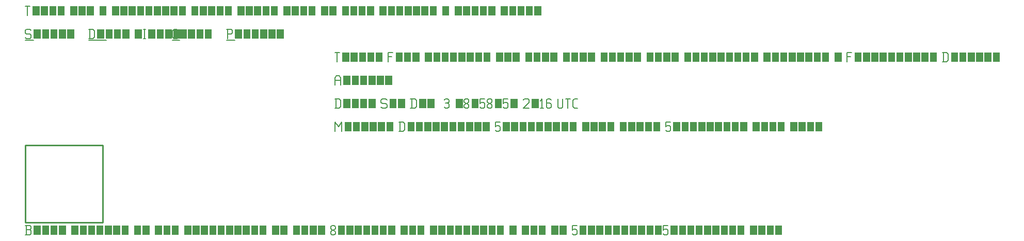
<source format=gbr>
G04 start of page 3 for group -3984 idx -3984 *
G04 Title: Full overlap: the same line twice with different settings, fab *
G04 Creator: <version>
G04 CreationDate: <date>
G04 For:  *
G04 Format: Gerber/RS-274X *
G04 PCB-Dimensions: 50000 50000 *
G04 PCB-Coordinate-Origin: lower left *
%MOIN*%
%FSLAX25Y25*%
%LNFAB*%
%ADD16C,0.0100*%
%ADD15C,0.0001*%
%ADD14C,0.0060*%
G54D14*X3000Y125000D02*X3750Y124250D01*
X750Y125000D02*X3000D01*
X0Y124250D02*X750Y125000D01*
X0Y124250D02*Y122750D01*
X750Y122000D01*
X3000D01*
X3750Y121250D01*
Y119750D01*
X3000Y119000D02*X3750Y119750D01*
X750Y119000D02*X3000D01*
X0Y119750D02*X750Y119000D01*
G54D15*G36*
X5550Y125000D02*Y119000D01*
X10050D01*
Y125000D01*
X5550D01*
G37*
G36*
X10950D02*Y119000D01*
X15450D01*
Y125000D01*
X10950D01*
G37*
G36*
X16350D02*Y119000D01*
X20850D01*
Y125000D01*
X16350D01*
G37*
G36*
X21750D02*Y119000D01*
X26250D01*
Y125000D01*
X21750D01*
G37*
G36*
X27150D02*Y119000D01*
X31650D01*
Y125000D01*
X27150D01*
G37*
G54D14*X0Y118000D02*X5550D01*
X41750Y125000D02*Y119000D01*
X43700Y125000D02*X44750Y123950D01*
Y120050D01*
X43700Y119000D02*X44750Y120050D01*
X41000Y119000D02*X43700D01*
X41000Y125000D02*X43700D01*
G54D15*G36*
X46550D02*Y119000D01*
X51050D01*
Y125000D01*
X46550D01*
G37*
G36*
X51950D02*Y119000D01*
X56450D01*
Y125000D01*
X51950D01*
G37*
G36*
X57350D02*Y119000D01*
X61850D01*
Y125000D01*
X57350D01*
G37*
G36*
X62750D02*Y119000D01*
X67250D01*
Y125000D01*
X62750D01*
G37*
G36*
X70850D02*Y119000D01*
X75350D01*
Y125000D01*
X70850D01*
G37*
G54D14*X76250D02*X77750D01*
X77000D02*Y119000D01*
X76250D02*X77750D01*
G54D15*G36*
X79550Y125000D02*Y119000D01*
X84050D01*
Y125000D01*
X79550D01*
G37*
G36*
X84950D02*Y119000D01*
X89450D01*
Y125000D01*
X84950D01*
G37*
G36*
X90350D02*Y119000D01*
X94850D01*
Y125000D01*
X90350D01*
G37*
G36*
X95750D02*Y119000D01*
X100250D01*
Y125000D01*
X95750D01*
G37*
G54D14*X41000Y118000D02*X52550D01*
X96050Y119000D02*X98000D01*
X95000Y120050D02*X96050Y119000D01*
X95000Y123950D02*Y120050D01*
Y123950D02*X96050Y125000D01*
X98000D01*
G54D15*G36*
X99800D02*Y119000D01*
X104300D01*
Y125000D01*
X99800D01*
G37*
G36*
X105200D02*Y119000D01*
X109700D01*
Y125000D01*
X105200D01*
G37*
G36*
X110600D02*Y119000D01*
X115100D01*
Y125000D01*
X110600D01*
G37*
G36*
X116000D02*Y119000D01*
X120500D01*
Y125000D01*
X116000D01*
G37*
G54D14*X95000Y118000D02*X99800D01*
X130750Y125000D02*Y119000D01*
X130000Y125000D02*X133000D01*
X133750Y124250D01*
Y122750D01*
X133000Y122000D02*X133750Y122750D01*
X130750Y122000D02*X133000D01*
G54D15*G36*
X135550Y125000D02*Y119000D01*
X140050D01*
Y125000D01*
X135550D01*
G37*
G36*
X140950D02*Y119000D01*
X145450D01*
Y125000D01*
X140950D01*
G37*
G36*
X146350D02*Y119000D01*
X150850D01*
Y125000D01*
X146350D01*
G37*
G36*
X151750D02*Y119000D01*
X156250D01*
Y125000D01*
X151750D01*
G37*
G36*
X157150D02*Y119000D01*
X161650D01*
Y125000D01*
X157150D01*
G37*
G36*
X162550D02*Y119000D01*
X167050D01*
Y125000D01*
X162550D01*
G37*
G54D14*X130000Y118000D02*X135550D01*
X0Y140000D02*X3000D01*
X1500D02*Y134000D01*
G54D15*G36*
X4800Y140000D02*Y134000D01*
X9300D01*
Y140000D01*
X4800D01*
G37*
G36*
X10200D02*Y134000D01*
X14700D01*
Y140000D01*
X10200D01*
G37*
G36*
X15600D02*Y134000D01*
X20100D01*
Y140000D01*
X15600D01*
G37*
G36*
X21000D02*Y134000D01*
X25500D01*
Y140000D01*
X21000D01*
G37*
G36*
X29100D02*Y134000D01*
X33600D01*
Y140000D01*
X29100D01*
G37*
G36*
X34500D02*Y134000D01*
X39000D01*
Y140000D01*
X34500D01*
G37*
G36*
X39900D02*Y134000D01*
X44400D01*
Y140000D01*
X39900D01*
G37*
G36*
X48000D02*Y134000D01*
X52500D01*
Y140000D01*
X48000D01*
G37*
G36*
X56100D02*Y134000D01*
X60600D01*
Y140000D01*
X56100D01*
G37*
G36*
X61500D02*Y134000D01*
X66000D01*
Y140000D01*
X61500D01*
G37*
G36*
X66900D02*Y134000D01*
X71400D01*
Y140000D01*
X66900D01*
G37*
G36*
X72300D02*Y134000D01*
X76800D01*
Y140000D01*
X72300D01*
G37*
G36*
X77700D02*Y134000D01*
X82200D01*
Y140000D01*
X77700D01*
G37*
G36*
X83100D02*Y134000D01*
X87600D01*
Y140000D01*
X83100D01*
G37*
G36*
X88500D02*Y134000D01*
X93000D01*
Y140000D01*
X88500D01*
G37*
G36*
X93900D02*Y134000D01*
X98400D01*
Y140000D01*
X93900D01*
G37*
G36*
X99300D02*Y134000D01*
X103800D01*
Y140000D01*
X99300D01*
G37*
G36*
X107400D02*Y134000D01*
X111900D01*
Y140000D01*
X107400D01*
G37*
G36*
X112800D02*Y134000D01*
X117300D01*
Y140000D01*
X112800D01*
G37*
G36*
X118200D02*Y134000D01*
X122700D01*
Y140000D01*
X118200D01*
G37*
G36*
X123600D02*Y134000D01*
X128100D01*
Y140000D01*
X123600D01*
G37*
G36*
X129000D02*Y134000D01*
X133500D01*
Y140000D01*
X129000D01*
G37*
G36*
X137100D02*Y134000D01*
X141600D01*
Y140000D01*
X137100D01*
G37*
G36*
X142500D02*Y134000D01*
X147000D01*
Y140000D01*
X142500D01*
G37*
G36*
X147900D02*Y134000D01*
X152400D01*
Y140000D01*
X147900D01*
G37*
G36*
X153300D02*Y134000D01*
X157800D01*
Y140000D01*
X153300D01*
G37*
G36*
X158700D02*Y134000D01*
X163200D01*
Y140000D01*
X158700D01*
G37*
G36*
X166800D02*Y134000D01*
X171300D01*
Y140000D01*
X166800D01*
G37*
G36*
X172200D02*Y134000D01*
X176700D01*
Y140000D01*
X172200D01*
G37*
G36*
X177600D02*Y134000D01*
X182100D01*
Y140000D01*
X177600D01*
G37*
G36*
X183000D02*Y134000D01*
X187500D01*
Y140000D01*
X183000D01*
G37*
G36*
X191100D02*Y134000D01*
X195600D01*
Y140000D01*
X191100D01*
G37*
G36*
X196500D02*Y134000D01*
X201000D01*
Y140000D01*
X196500D01*
G37*
G36*
X204600D02*Y134000D01*
X209100D01*
Y140000D01*
X204600D01*
G37*
G36*
X210000D02*Y134000D01*
X214500D01*
Y140000D01*
X210000D01*
G37*
G36*
X215400D02*Y134000D01*
X219900D01*
Y140000D01*
X215400D01*
G37*
G36*
X220800D02*Y134000D01*
X225300D01*
Y140000D01*
X220800D01*
G37*
G36*
X228900D02*Y134000D01*
X233400D01*
Y140000D01*
X228900D01*
G37*
G36*
X234300D02*Y134000D01*
X238800D01*
Y140000D01*
X234300D01*
G37*
G36*
X239700D02*Y134000D01*
X244200D01*
Y140000D01*
X239700D01*
G37*
G36*
X245100D02*Y134000D01*
X249600D01*
Y140000D01*
X245100D01*
G37*
G36*
X250500D02*Y134000D01*
X255000D01*
Y140000D01*
X250500D01*
G37*
G36*
X255900D02*Y134000D01*
X260400D01*
Y140000D01*
X255900D01*
G37*
G36*
X261300D02*Y134000D01*
X265800D01*
Y140000D01*
X261300D01*
G37*
G36*
X269400D02*Y134000D01*
X273900D01*
Y140000D01*
X269400D01*
G37*
G36*
X277500D02*Y134000D01*
X282000D01*
Y140000D01*
X277500D01*
G37*
G36*
X282900D02*Y134000D01*
X287400D01*
Y140000D01*
X282900D01*
G37*
G36*
X288300D02*Y134000D01*
X292800D01*
Y140000D01*
X288300D01*
G37*
G36*
X293700D02*Y134000D01*
X298200D01*
Y140000D01*
X293700D01*
G37*
G36*
X299100D02*Y134000D01*
X303600D01*
Y140000D01*
X299100D01*
G37*
G36*
X307200D02*Y134000D01*
X311700D01*
Y140000D01*
X307200D01*
G37*
G36*
X312600D02*Y134000D01*
X317100D01*
Y140000D01*
X312600D01*
G37*
G36*
X318000D02*Y134000D01*
X322500D01*
Y140000D01*
X318000D01*
G37*
G36*
X323400D02*Y134000D01*
X327900D01*
Y140000D01*
X323400D01*
G37*
G36*
X328800D02*Y134000D01*
X333300D01*
Y140000D01*
X328800D01*
G37*
G54D16*X0Y50000D02*X50000D01*
X0D02*Y0D01*
X50000Y50000D02*Y0D01*
X0D02*X50000D01*
G54D14*X200000Y65000D02*Y59000D01*
Y65000D02*X202250Y62000D01*
X204500Y65000D01*
Y59000D01*
G54D15*G36*
X206300Y65000D02*Y59000D01*
X210800D01*
Y65000D01*
X206300D01*
G37*
G36*
X211700D02*Y59000D01*
X216200D01*
Y65000D01*
X211700D01*
G37*
G36*
X217100D02*Y59000D01*
X221600D01*
Y65000D01*
X217100D01*
G37*
G36*
X222500D02*Y59000D01*
X227000D01*
Y65000D01*
X222500D01*
G37*
G36*
X227900D02*Y59000D01*
X232400D01*
Y65000D01*
X227900D01*
G37*
G36*
X233300D02*Y59000D01*
X237800D01*
Y65000D01*
X233300D01*
G37*
G54D14*X242150D02*Y59000D01*
X244100Y65000D02*X245150Y63950D01*
Y60050D01*
X244100Y59000D02*X245150Y60050D01*
X241400Y59000D02*X244100D01*
X241400Y65000D02*X244100D01*
G54D15*G36*
X246950D02*Y59000D01*
X251450D01*
Y65000D01*
X246950D01*
G37*
G36*
X252350D02*Y59000D01*
X256850D01*
Y65000D01*
X252350D01*
G37*
G36*
X257750D02*Y59000D01*
X262250D01*
Y65000D01*
X257750D01*
G37*
G36*
X263150D02*Y59000D01*
X267650D01*
Y65000D01*
X263150D01*
G37*
G36*
X268550D02*Y59000D01*
X273050D01*
Y65000D01*
X268550D01*
G37*
G36*
X273950D02*Y59000D01*
X278450D01*
Y65000D01*
X273950D01*
G37*
G36*
X279350D02*Y59000D01*
X283850D01*
Y65000D01*
X279350D01*
G37*
G36*
X284750D02*Y59000D01*
X289250D01*
Y65000D01*
X284750D01*
G37*
G36*
X290150D02*Y59000D01*
X294650D01*
Y65000D01*
X290150D01*
G37*
G36*
X295550D02*Y59000D01*
X300050D01*
Y65000D01*
X295550D01*
G37*
G54D14*X303650D02*X306650D01*
X303650D02*Y62000D01*
X304400Y62750D01*
X305900D01*
X306650Y62000D01*
Y59750D01*
X305900Y59000D02*X306650Y59750D01*
X304400Y59000D02*X305900D01*
X303650Y59750D02*X304400Y59000D01*
G54D15*G36*
X308450Y65000D02*Y59000D01*
X312950D01*
Y65000D01*
X308450D01*
G37*
G36*
X313850D02*Y59000D01*
X318350D01*
Y65000D01*
X313850D01*
G37*
G36*
X319250D02*Y59000D01*
X323750D01*
Y65000D01*
X319250D01*
G37*
G36*
X324650D02*Y59000D01*
X329150D01*
Y65000D01*
X324650D01*
G37*
G36*
X330050D02*Y59000D01*
X334550D01*
Y65000D01*
X330050D01*
G37*
G36*
X335450D02*Y59000D01*
X339950D01*
Y65000D01*
X335450D01*
G37*
G36*
X340850D02*Y59000D01*
X345350D01*
Y65000D01*
X340850D01*
G37*
G36*
X346250D02*Y59000D01*
X350750D01*
Y65000D01*
X346250D01*
G37*
G36*
X351650D02*Y59000D01*
X356150D01*
Y65000D01*
X351650D01*
G37*
G36*
X359750D02*Y59000D01*
X364250D01*
Y65000D01*
X359750D01*
G37*
G36*
X365150D02*Y59000D01*
X369650D01*
Y65000D01*
X365150D01*
G37*
G36*
X370550D02*Y59000D01*
X375050D01*
Y65000D01*
X370550D01*
G37*
G36*
X375950D02*Y59000D01*
X380450D01*
Y65000D01*
X375950D01*
G37*
G36*
X384050D02*Y59000D01*
X388550D01*
Y65000D01*
X384050D01*
G37*
G36*
X389450D02*Y59000D01*
X393950D01*
Y65000D01*
X389450D01*
G37*
G36*
X394850D02*Y59000D01*
X399350D01*
Y65000D01*
X394850D01*
G37*
G36*
X400250D02*Y59000D01*
X404750D01*
Y65000D01*
X400250D01*
G37*
G36*
X405650D02*Y59000D01*
X410150D01*
Y65000D01*
X405650D01*
G37*
G54D14*X413750D02*X416750D01*
X413750D02*Y62000D01*
X414500Y62750D01*
X416000D01*
X416750Y62000D01*
Y59750D01*
X416000Y59000D02*X416750Y59750D01*
X414500Y59000D02*X416000D01*
X413750Y59750D02*X414500Y59000D01*
G54D15*G36*
X418550Y65000D02*Y59000D01*
X423050D01*
Y65000D01*
X418550D01*
G37*
G36*
X423950D02*Y59000D01*
X428450D01*
Y65000D01*
X423950D01*
G37*
G36*
X429350D02*Y59000D01*
X433850D01*
Y65000D01*
X429350D01*
G37*
G36*
X434750D02*Y59000D01*
X439250D01*
Y65000D01*
X434750D01*
G37*
G36*
X440150D02*Y59000D01*
X444650D01*
Y65000D01*
X440150D01*
G37*
G36*
X445550D02*Y59000D01*
X450050D01*
Y65000D01*
X445550D01*
G37*
G36*
X450950D02*Y59000D01*
X455450D01*
Y65000D01*
X450950D01*
G37*
G36*
X456350D02*Y59000D01*
X460850D01*
Y65000D01*
X456350D01*
G37*
G36*
X461750D02*Y59000D01*
X466250D01*
Y65000D01*
X461750D01*
G37*
G36*
X469850D02*Y59000D01*
X474350D01*
Y65000D01*
X469850D01*
G37*
G36*
X475250D02*Y59000D01*
X479750D01*
Y65000D01*
X475250D01*
G37*
G36*
X480650D02*Y59000D01*
X485150D01*
Y65000D01*
X480650D01*
G37*
G36*
X486050D02*Y59000D01*
X490550D01*
Y65000D01*
X486050D01*
G37*
G36*
X494150D02*Y59000D01*
X498650D01*
Y65000D01*
X494150D01*
G37*
G36*
X499550D02*Y59000D01*
X504050D01*
Y65000D01*
X499550D01*
G37*
G36*
X504950D02*Y59000D01*
X509450D01*
Y65000D01*
X504950D01*
G37*
G36*
X510350D02*Y59000D01*
X514850D01*
Y65000D01*
X510350D01*
G37*
G54D14*X0Y-8000D02*X3000D01*
X3750Y-7250D01*
Y-5450D02*Y-7250D01*
X3000Y-4700D02*X3750Y-5450D01*
X750Y-4700D02*X3000D01*
X750Y-2000D02*Y-8000D01*
X0Y-2000D02*X3000D01*
X3750Y-2750D01*
Y-3950D01*
X3000Y-4700D02*X3750Y-3950D01*
G54D15*G36*
X5550Y-2000D02*Y-8000D01*
X10050D01*
Y-2000D01*
X5550D01*
G37*
G36*
X10950D02*Y-8000D01*
X15450D01*
Y-2000D01*
X10950D01*
G37*
G36*
X16350D02*Y-8000D01*
X20850D01*
Y-2000D01*
X16350D01*
G37*
G36*
X21750D02*Y-8000D01*
X26250D01*
Y-2000D01*
X21750D01*
G37*
G36*
X29850D02*Y-8000D01*
X34350D01*
Y-2000D01*
X29850D01*
G37*
G36*
X35250D02*Y-8000D01*
X39750D01*
Y-2000D01*
X35250D01*
G37*
G36*
X40650D02*Y-8000D01*
X45150D01*
Y-2000D01*
X40650D01*
G37*
G36*
X46050D02*Y-8000D01*
X50550D01*
Y-2000D01*
X46050D01*
G37*
G36*
X51450D02*Y-8000D01*
X55950D01*
Y-2000D01*
X51450D01*
G37*
G36*
X56850D02*Y-8000D01*
X61350D01*
Y-2000D01*
X56850D01*
G37*
G36*
X62250D02*Y-8000D01*
X66750D01*
Y-2000D01*
X62250D01*
G37*
G36*
X70350D02*Y-8000D01*
X74850D01*
Y-2000D01*
X70350D01*
G37*
G36*
X75750D02*Y-8000D01*
X80250D01*
Y-2000D01*
X75750D01*
G37*
G36*
X83850D02*Y-8000D01*
X88350D01*
Y-2000D01*
X83850D01*
G37*
G36*
X89250D02*Y-8000D01*
X93750D01*
Y-2000D01*
X89250D01*
G37*
G36*
X94650D02*Y-8000D01*
X99150D01*
Y-2000D01*
X94650D01*
G37*
G36*
X102750D02*Y-8000D01*
X107250D01*
Y-2000D01*
X102750D01*
G37*
G36*
X108150D02*Y-8000D01*
X112650D01*
Y-2000D01*
X108150D01*
G37*
G36*
X113550D02*Y-8000D01*
X118050D01*
Y-2000D01*
X113550D01*
G37*
G36*
X118950D02*Y-8000D01*
X123450D01*
Y-2000D01*
X118950D01*
G37*
G36*
X124350D02*Y-8000D01*
X128850D01*
Y-2000D01*
X124350D01*
G37*
G36*
X129750D02*Y-8000D01*
X134250D01*
Y-2000D01*
X129750D01*
G37*
G36*
X135150D02*Y-8000D01*
X139650D01*
Y-2000D01*
X135150D01*
G37*
G36*
X140550D02*Y-8000D01*
X145050D01*
Y-2000D01*
X140550D01*
G37*
G36*
X145950D02*Y-8000D01*
X150450D01*
Y-2000D01*
X145950D01*
G37*
G36*
X151350D02*Y-8000D01*
X155850D01*
Y-2000D01*
X151350D01*
G37*
G36*
X159450D02*Y-8000D01*
X163950D01*
Y-2000D01*
X159450D01*
G37*
G36*
X164850D02*Y-8000D01*
X169350D01*
Y-2000D01*
X164850D01*
G37*
G36*
X172950D02*Y-8000D01*
X177450D01*
Y-2000D01*
X172950D01*
G37*
G36*
X178350D02*Y-8000D01*
X182850D01*
Y-2000D01*
X178350D01*
G37*
G36*
X183750D02*Y-8000D01*
X188250D01*
Y-2000D01*
X183750D01*
G37*
G36*
X189150D02*Y-8000D01*
X193650D01*
Y-2000D01*
X189150D01*
G37*
G54D14*X197250Y-7250D02*X198000Y-8000D01*
X197250Y-6050D02*Y-7250D01*
Y-6050D02*X198300Y-5000D01*
X199200D01*
X200250Y-6050D01*
Y-7250D01*
X199500Y-8000D02*X200250Y-7250D01*
X198000Y-8000D02*X199500D01*
X197250Y-3950D02*X198300Y-5000D01*
X197250Y-2750D02*Y-3950D01*
Y-2750D02*X198000Y-2000D01*
X199500D01*
X200250Y-2750D01*
Y-3950D01*
X199200Y-5000D02*X200250Y-3950D01*
G54D15*G36*
X202050Y-2000D02*Y-8000D01*
X206550D01*
Y-2000D01*
X202050D01*
G37*
G36*
X207450D02*Y-8000D01*
X211950D01*
Y-2000D01*
X207450D01*
G37*
G36*
X212850D02*Y-8000D01*
X217350D01*
Y-2000D01*
X212850D01*
G37*
G36*
X218250D02*Y-8000D01*
X222750D01*
Y-2000D01*
X218250D01*
G37*
G36*
X223650D02*Y-8000D01*
X228150D01*
Y-2000D01*
X223650D01*
G37*
G36*
X229050D02*Y-8000D01*
X233550D01*
Y-2000D01*
X229050D01*
G37*
G36*
X234450D02*Y-8000D01*
X238950D01*
Y-2000D01*
X234450D01*
G37*
G36*
X242550D02*Y-8000D01*
X247050D01*
Y-2000D01*
X242550D01*
G37*
G36*
X247950D02*Y-8000D01*
X252450D01*
Y-2000D01*
X247950D01*
G37*
G36*
X253350D02*Y-8000D01*
X257850D01*
Y-2000D01*
X253350D01*
G37*
G36*
X261450D02*Y-8000D01*
X265950D01*
Y-2000D01*
X261450D01*
G37*
G36*
X266850D02*Y-8000D01*
X271350D01*
Y-2000D01*
X266850D01*
G37*
G36*
X272250D02*Y-8000D01*
X276750D01*
Y-2000D01*
X272250D01*
G37*
G36*
X277650D02*Y-8000D01*
X282150D01*
Y-2000D01*
X277650D01*
G37*
G36*
X283050D02*Y-8000D01*
X287550D01*
Y-2000D01*
X283050D01*
G37*
G36*
X288450D02*Y-8000D01*
X292950D01*
Y-2000D01*
X288450D01*
G37*
G36*
X293850D02*Y-8000D01*
X298350D01*
Y-2000D01*
X293850D01*
G37*
G36*
X299250D02*Y-8000D01*
X303750D01*
Y-2000D01*
X299250D01*
G37*
G36*
X304650D02*Y-8000D01*
X309150D01*
Y-2000D01*
X304650D01*
G37*
G36*
X312750D02*Y-8000D01*
X317250D01*
Y-2000D01*
X312750D01*
G37*
G36*
X320850D02*Y-8000D01*
X325350D01*
Y-2000D01*
X320850D01*
G37*
G36*
X326250D02*Y-8000D01*
X330750D01*
Y-2000D01*
X326250D01*
G37*
G36*
X331650D02*Y-8000D01*
X336150D01*
Y-2000D01*
X331650D01*
G37*
G36*
X339750D02*Y-8000D01*
X344250D01*
Y-2000D01*
X339750D01*
G37*
G36*
X345150D02*Y-8000D01*
X349650D01*
Y-2000D01*
X345150D01*
G37*
G54D14*X353250D02*X356250D01*
X353250D02*Y-5000D01*
X354000Y-4250D01*
X355500D01*
X356250Y-5000D01*
Y-7250D01*
X355500Y-8000D02*X356250Y-7250D01*
X354000Y-8000D02*X355500D01*
X353250Y-7250D02*X354000Y-8000D01*
G54D15*G36*
X358050Y-2000D02*Y-8000D01*
X362550D01*
Y-2000D01*
X358050D01*
G37*
G36*
X363450D02*Y-8000D01*
X367950D01*
Y-2000D01*
X363450D01*
G37*
G36*
X368850D02*Y-8000D01*
X373350D01*
Y-2000D01*
X368850D01*
G37*
G36*
X374250D02*Y-8000D01*
X378750D01*
Y-2000D01*
X374250D01*
G37*
G36*
X379650D02*Y-8000D01*
X384150D01*
Y-2000D01*
X379650D01*
G37*
G36*
X385050D02*Y-8000D01*
X389550D01*
Y-2000D01*
X385050D01*
G37*
G36*
X390450D02*Y-8000D01*
X394950D01*
Y-2000D01*
X390450D01*
G37*
G36*
X395850D02*Y-8000D01*
X400350D01*
Y-2000D01*
X395850D01*
G37*
G36*
X401250D02*Y-8000D01*
X405750D01*
Y-2000D01*
X401250D01*
G37*
G36*
X406650D02*Y-8000D01*
X411150D01*
Y-2000D01*
X406650D01*
G37*
G54D14*X412050D02*X415050D01*
X412050D02*Y-5000D01*
X412800Y-4250D01*
X414300D01*
X415050Y-5000D01*
Y-7250D01*
X414300Y-8000D02*X415050Y-7250D01*
X412800Y-8000D02*X414300D01*
X412050Y-7250D02*X412800Y-8000D01*
G54D15*G36*
X416850Y-2000D02*Y-8000D01*
X421350D01*
Y-2000D01*
X416850D01*
G37*
G36*
X422250D02*Y-8000D01*
X426750D01*
Y-2000D01*
X422250D01*
G37*
G36*
X427650D02*Y-8000D01*
X432150D01*
Y-2000D01*
X427650D01*
G37*
G36*
X433050D02*Y-8000D01*
X437550D01*
Y-2000D01*
X433050D01*
G37*
G36*
X438450D02*Y-8000D01*
X442950D01*
Y-2000D01*
X438450D01*
G37*
G36*
X443850D02*Y-8000D01*
X448350D01*
Y-2000D01*
X443850D01*
G37*
G36*
X449250D02*Y-8000D01*
X453750D01*
Y-2000D01*
X449250D01*
G37*
G36*
X454650D02*Y-8000D01*
X459150D01*
Y-2000D01*
X454650D01*
G37*
G36*
X460050D02*Y-8000D01*
X464550D01*
Y-2000D01*
X460050D01*
G37*
G36*
X468150D02*Y-8000D01*
X472650D01*
Y-2000D01*
X468150D01*
G37*
G36*
X473550D02*Y-8000D01*
X478050D01*
Y-2000D01*
X473550D01*
G37*
G36*
X478950D02*Y-8000D01*
X483450D01*
Y-2000D01*
X478950D01*
G37*
G36*
X484350D02*Y-8000D01*
X488850D01*
Y-2000D01*
X484350D01*
G37*
G54D14*X200750Y80000D02*Y74000D01*
X202700Y80000D02*X203750Y78950D01*
Y75050D01*
X202700Y74000D02*X203750Y75050D01*
X200000Y74000D02*X202700D01*
X200000Y80000D02*X202700D01*
G54D15*G36*
X205550D02*Y74000D01*
X210050D01*
Y80000D01*
X205550D01*
G37*
G36*
X210950D02*Y74000D01*
X215450D01*
Y80000D01*
X210950D01*
G37*
G36*
X216350D02*Y74000D01*
X220850D01*
Y80000D01*
X216350D01*
G37*
G36*
X221750D02*Y74000D01*
X226250D01*
Y80000D01*
X221750D01*
G37*
G54D14*X232850D02*X233600Y79250D01*
X230600Y80000D02*X232850D01*
X229850Y79250D02*X230600Y80000D01*
X229850Y79250D02*Y77750D01*
X230600Y77000D01*
X232850D01*
X233600Y76250D01*
Y74750D01*
X232850Y74000D02*X233600Y74750D01*
X230600Y74000D02*X232850D01*
X229850Y74750D02*X230600Y74000D01*
G54D15*G36*
X235400Y80000D02*Y74000D01*
X239900D01*
Y80000D01*
X235400D01*
G37*
G36*
X240800D02*Y74000D01*
X245300D01*
Y80000D01*
X240800D01*
G37*
G54D14*X249650D02*Y74000D01*
X251600Y80000D02*X252650Y78950D01*
Y75050D01*
X251600Y74000D02*X252650Y75050D01*
X248900Y74000D02*X251600D01*
X248900Y80000D02*X251600D01*
G54D15*G36*
X254450D02*Y74000D01*
X258950D01*
Y80000D01*
X254450D01*
G37*
G36*
X259850D02*Y74000D01*
X264350D01*
Y80000D01*
X259850D01*
G37*
G54D14*X270650Y79250D02*X271400Y80000D01*
X272900D01*
X273650Y79250D01*
X272900Y74000D02*X273650Y74750D01*
X271400Y74000D02*X272900D01*
X270650Y74750D02*X271400Y74000D01*
Y77300D02*X272900D01*
X273650Y79250D02*Y78050D01*
Y76550D02*Y74750D01*
Y76550D02*X272900Y77300D01*
X273650Y78050D02*X272900Y77300D01*
G54D15*G36*
X278150Y80000D02*Y74000D01*
X282650D01*
Y80000D01*
X278150D01*
G37*
G54D14*X283550Y74750D02*X284300Y74000D01*
X283550Y75950D02*Y74750D01*
Y75950D02*X284600Y77000D01*
X285500D01*
X286550Y75950D01*
Y74750D01*
X285800Y74000D02*X286550Y74750D01*
X284300Y74000D02*X285800D01*
X283550Y78050D02*X284600Y77000D01*
X283550Y79250D02*Y78050D01*
Y79250D02*X284300Y80000D01*
X285800D01*
X286550Y79250D01*
Y78050D01*
X285500Y77000D02*X286550Y78050D01*
G54D15*G36*
X288350Y80000D02*Y74000D01*
X292850D01*
Y80000D01*
X288350D01*
G37*
G54D14*X293750D02*X296750D01*
X293750D02*Y77000D01*
X294500Y77750D01*
X296000D01*
X296750Y77000D01*
Y74750D01*
X296000Y74000D02*X296750Y74750D01*
X294500Y74000D02*X296000D01*
X293750Y74750D02*X294500Y74000D01*
X298550Y74750D02*X299300Y74000D01*
X298550Y75950D02*Y74750D01*
Y75950D02*X299600Y77000D01*
X300500D01*
X301550Y75950D01*
Y74750D01*
X300800Y74000D02*X301550Y74750D01*
X299300Y74000D02*X300800D01*
X298550Y78050D02*X299600Y77000D01*
X298550Y79250D02*Y78050D01*
Y79250D02*X299300Y80000D01*
X300800D01*
X301550Y79250D01*
Y78050D01*
X300500Y77000D02*X301550Y78050D01*
G54D15*G36*
X303350Y80000D02*Y74000D01*
X307850D01*
Y80000D01*
X303350D01*
G37*
G54D14*X308750D02*X311750D01*
X308750D02*Y77000D01*
X309500Y77750D01*
X311000D01*
X311750Y77000D01*
Y74750D01*
X311000Y74000D02*X311750Y74750D01*
X309500Y74000D02*X311000D01*
X308750Y74750D02*X309500Y74000D01*
G54D15*G36*
X313550Y80000D02*Y74000D01*
X318050D01*
Y80000D01*
X313550D01*
G37*
G54D14*X321650Y79250D02*X322400Y80000D01*
X324650D01*
X325400Y79250D01*
Y77750D01*
X321650Y74000D02*X325400Y77750D01*
X321650Y74000D02*X325400D01*
G54D15*G36*
X327200Y80000D02*Y74000D01*
X331700D01*
Y80000D01*
X327200D01*
G37*
G54D14*X332600Y78800D02*X333800Y80000D01*
Y74000D01*
X332600D02*X334850D01*
X338900Y80000D02*X339650Y79250D01*
X337400Y80000D02*X338900D01*
X336650Y79250D02*X337400Y80000D01*
X336650Y79250D02*Y74750D01*
X337400Y74000D01*
X338900Y77300D02*X339650Y76550D01*
X336650Y77300D02*X338900D01*
X337400Y74000D02*X338900D01*
X339650Y74750D01*
Y76550D02*Y74750D01*
X344150Y80000D02*Y74750D01*
X344900Y74000D01*
X346400D01*
X347150Y74750D01*
Y80000D02*Y74750D01*
X348950Y80000D02*X351950D01*
X350450D02*Y74000D01*
X354800D02*X356750D01*
X353750Y75050D02*X354800Y74000D01*
X353750Y78950D02*Y75050D01*
Y78950D02*X354800Y80000D01*
X356750D01*
X200000Y93500D02*Y89000D01*
Y93500D02*X201050Y95000D01*
X202700D01*
X203750Y93500D01*
Y89000D01*
X200000Y92000D02*X203750D01*
G54D15*G36*
X205550Y95000D02*Y89000D01*
X210050D01*
Y95000D01*
X205550D01*
G37*
G36*
X210950D02*Y89000D01*
X215450D01*
Y95000D01*
X210950D01*
G37*
G36*
X216350D02*Y89000D01*
X220850D01*
Y95000D01*
X216350D01*
G37*
G36*
X221750D02*Y89000D01*
X226250D01*
Y95000D01*
X221750D01*
G37*
G36*
X227150D02*Y89000D01*
X231650D01*
Y95000D01*
X227150D01*
G37*
G36*
X232550D02*Y89000D01*
X237050D01*
Y95000D01*
X232550D01*
G37*
G54D14*X200000Y110000D02*X203000D01*
X201500D02*Y104000D01*
G54D15*G36*
X204800Y110000D02*Y104000D01*
X209300D01*
Y110000D01*
X204800D01*
G37*
G36*
X210200D02*Y104000D01*
X214700D01*
Y110000D01*
X210200D01*
G37*
G36*
X215600D02*Y104000D01*
X220100D01*
Y110000D01*
X215600D01*
G37*
G36*
X221000D02*Y104000D01*
X225500D01*
Y110000D01*
X221000D01*
G37*
G36*
X226400D02*Y104000D01*
X230900D01*
Y110000D01*
X226400D01*
G37*
G54D14*X234500D02*Y104000D01*
Y110000D02*X237500D01*
X234500Y107300D02*X236750D01*
G54D15*G36*
X239300Y110000D02*Y104000D01*
X243800D01*
Y110000D01*
X239300D01*
G37*
G36*
X244700D02*Y104000D01*
X249200D01*
Y110000D01*
X244700D01*
G37*
G36*
X250100D02*Y104000D01*
X254600D01*
Y110000D01*
X250100D01*
G37*
G36*
X258200D02*Y104000D01*
X262700D01*
Y110000D01*
X258200D01*
G37*
G36*
X263600D02*Y104000D01*
X268100D01*
Y110000D01*
X263600D01*
G37*
G36*
X269000D02*Y104000D01*
X273500D01*
Y110000D01*
X269000D01*
G37*
G36*
X274400D02*Y104000D01*
X278900D01*
Y110000D01*
X274400D01*
G37*
G36*
X279800D02*Y104000D01*
X284300D01*
Y110000D01*
X279800D01*
G37*
G36*
X285200D02*Y104000D01*
X289700D01*
Y110000D01*
X285200D01*
G37*
G36*
X290600D02*Y104000D01*
X295100D01*
Y110000D01*
X290600D01*
G37*
G36*
X296000D02*Y104000D01*
X300500D01*
Y110000D01*
X296000D01*
G37*
G36*
X304100D02*Y104000D01*
X308600D01*
Y110000D01*
X304100D01*
G37*
G36*
X309500D02*Y104000D01*
X314000D01*
Y110000D01*
X309500D01*
G37*
G36*
X314900D02*Y104000D01*
X319400D01*
Y110000D01*
X314900D01*
G37*
G36*
X323000D02*Y104000D01*
X327500D01*
Y110000D01*
X323000D01*
G37*
G36*
X328400D02*Y104000D01*
X332900D01*
Y110000D01*
X328400D01*
G37*
G36*
X333800D02*Y104000D01*
X338300D01*
Y110000D01*
X333800D01*
G37*
G36*
X339200D02*Y104000D01*
X343700D01*
Y110000D01*
X339200D01*
G37*
G36*
X347300D02*Y104000D01*
X351800D01*
Y110000D01*
X347300D01*
G37*
G36*
X352700D02*Y104000D01*
X357200D01*
Y110000D01*
X352700D01*
G37*
G36*
X358100D02*Y104000D01*
X362600D01*
Y110000D01*
X358100D01*
G37*
G36*
X363500D02*Y104000D01*
X368000D01*
Y110000D01*
X363500D01*
G37*
G36*
X371600D02*Y104000D01*
X376100D01*
Y110000D01*
X371600D01*
G37*
G36*
X377000D02*Y104000D01*
X381500D01*
Y110000D01*
X377000D01*
G37*
G36*
X382400D02*Y104000D01*
X386900D01*
Y110000D01*
X382400D01*
G37*
G36*
X387800D02*Y104000D01*
X392300D01*
Y110000D01*
X387800D01*
G37*
G36*
X393200D02*Y104000D01*
X397700D01*
Y110000D01*
X393200D01*
G37*
G36*
X401300D02*Y104000D01*
X405800D01*
Y110000D01*
X401300D01*
G37*
G36*
X406700D02*Y104000D01*
X411200D01*
Y110000D01*
X406700D01*
G37*
G36*
X412100D02*Y104000D01*
X416600D01*
Y110000D01*
X412100D01*
G37*
G36*
X417500D02*Y104000D01*
X422000D01*
Y110000D01*
X417500D01*
G37*
G36*
X425600D02*Y104000D01*
X430100D01*
Y110000D01*
X425600D01*
G37*
G36*
X431000D02*Y104000D01*
X435500D01*
Y110000D01*
X431000D01*
G37*
G36*
X436400D02*Y104000D01*
X440900D01*
Y110000D01*
X436400D01*
G37*
G36*
X441800D02*Y104000D01*
X446300D01*
Y110000D01*
X441800D01*
G37*
G36*
X447200D02*Y104000D01*
X451700D01*
Y110000D01*
X447200D01*
G37*
G36*
X452600D02*Y104000D01*
X457100D01*
Y110000D01*
X452600D01*
G37*
G36*
X458000D02*Y104000D01*
X462500D01*
Y110000D01*
X458000D01*
G37*
G36*
X463400D02*Y104000D01*
X467900D01*
Y110000D01*
X463400D01*
G37*
G36*
X468800D02*Y104000D01*
X473300D01*
Y110000D01*
X468800D01*
G37*
G36*
X476900D02*Y104000D01*
X481400D01*
Y110000D01*
X476900D01*
G37*
G36*
X482300D02*Y104000D01*
X486800D01*
Y110000D01*
X482300D01*
G37*
G36*
X487700D02*Y104000D01*
X492200D01*
Y110000D01*
X487700D01*
G37*
G36*
X493100D02*Y104000D01*
X497600D01*
Y110000D01*
X493100D01*
G37*
G36*
X498500D02*Y104000D01*
X503000D01*
Y110000D01*
X498500D01*
G37*
G36*
X503900D02*Y104000D01*
X508400D01*
Y110000D01*
X503900D01*
G37*
G36*
X509300D02*Y104000D01*
X513800D01*
Y110000D01*
X509300D01*
G37*
G36*
X514700D02*Y104000D01*
X519200D01*
Y110000D01*
X514700D01*
G37*
G36*
X522800D02*Y104000D01*
X527300D01*
Y110000D01*
X522800D01*
G37*
G54D14*X530900D02*Y104000D01*
Y110000D02*X533900D01*
X530900Y107300D02*X533150D01*
G54D15*G36*
X535700Y110000D02*Y104000D01*
X540200D01*
Y110000D01*
X535700D01*
G37*
G36*
X541100D02*Y104000D01*
X545600D01*
Y110000D01*
X541100D01*
G37*
G36*
X546500D02*Y104000D01*
X551000D01*
Y110000D01*
X546500D01*
G37*
G36*
X551900D02*Y104000D01*
X556400D01*
Y110000D01*
X551900D01*
G37*
G36*
X557300D02*Y104000D01*
X561800D01*
Y110000D01*
X557300D01*
G37*
G36*
X562700D02*Y104000D01*
X567200D01*
Y110000D01*
X562700D01*
G37*
G36*
X568100D02*Y104000D01*
X572600D01*
Y110000D01*
X568100D01*
G37*
G36*
X573500D02*Y104000D01*
X578000D01*
Y110000D01*
X573500D01*
G37*
G36*
X578900D02*Y104000D01*
X583400D01*
Y110000D01*
X578900D01*
G37*
G36*
X584300D02*Y104000D01*
X588800D01*
Y110000D01*
X584300D01*
G37*
G54D14*X593150D02*Y104000D01*
X595100Y110000D02*X596150Y108950D01*
Y105050D01*
X595100Y104000D02*X596150Y105050D01*
X592400Y104000D02*X595100D01*
X592400Y110000D02*X595100D01*
G54D15*G36*
X597950D02*Y104000D01*
X602450D01*
Y110000D01*
X597950D01*
G37*
G36*
X603350D02*Y104000D01*
X607850D01*
Y110000D01*
X603350D01*
G37*
G36*
X608750D02*Y104000D01*
X613250D01*
Y110000D01*
X608750D01*
G37*
G36*
X614150D02*Y104000D01*
X618650D01*
Y110000D01*
X614150D01*
G37*
G36*
X619550D02*Y104000D01*
X624050D01*
Y110000D01*
X619550D01*
G37*
G36*
X624950D02*Y104000D01*
X629450D01*
Y110000D01*
X624950D01*
G37*
M02*

</source>
